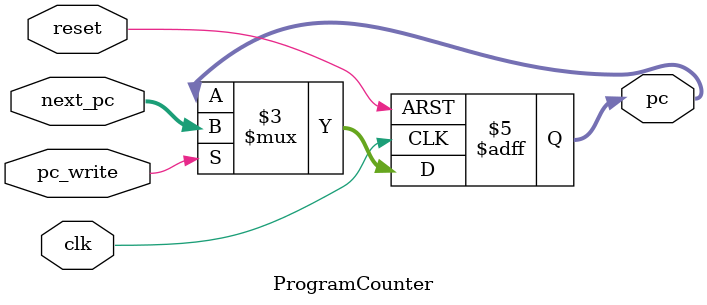
<source format=v>
`timescale 10ns/1ps

module ProgramCounter(
    input wire clk,
    input wire reset,
    input wire pc_write,
    input wire [31:0] next_pc,
    output reg[31:0] pc
);
    initial begin
        pc <= 32'b0;
    end

    always @(posedge clk or posedge reset) begin
        if (reset) begin
            pc <= 0;
        end
        else if (pc_write) begin
            pc <= next_pc;
        end
    end
endmodule
</source>
